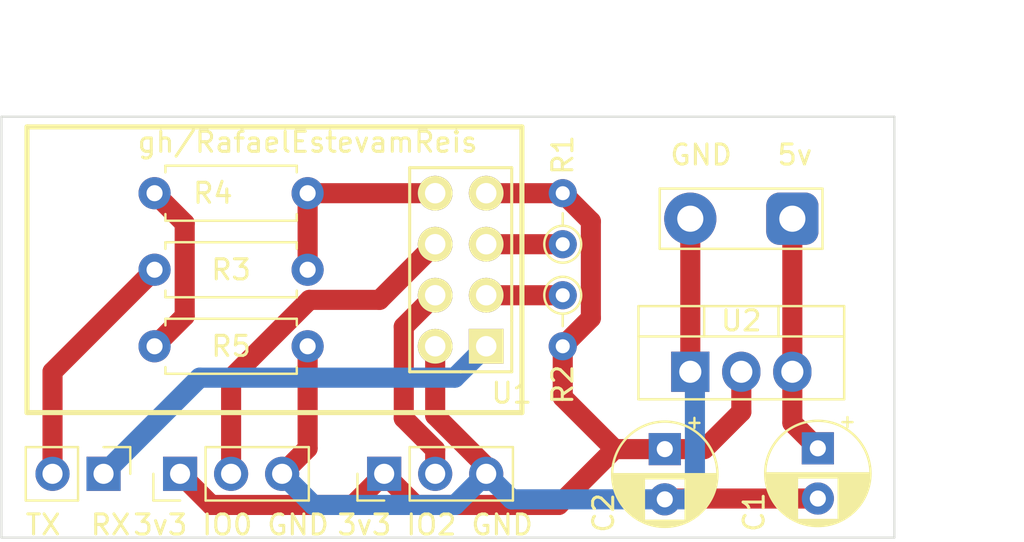
<source format=kicad_pcb>
(kicad_pcb (version 20171130) (host pcbnew "(5.1.10)-1")

  (general
    (thickness 1.6)
    (drawings 7)
    (tracks 56)
    (zones 0)
    (modules 13)
    (nets 12)
  )

  (page A4)
  (layers
    (0 F.Cu signal)
    (31 B.Cu signal)
    (32 B.Adhes user)
    (33 F.Adhes user)
    (34 B.Paste user)
    (35 F.Paste user)
    (36 B.SilkS user)
    (37 F.SilkS user)
    (38 B.Mask user)
    (39 F.Mask user)
    (40 Dwgs.User user)
    (41 Cmts.User user)
    (42 Eco1.User user)
    (43 Eco2.User user)
    (44 Edge.Cuts user)
    (45 Margin user)
    (46 B.CrtYd user)
    (47 F.CrtYd user)
    (48 B.Fab user)
    (49 F.Fab user hide)
  )

  (setup
    (last_trace_width 1)
    (user_trace_width 0.5)
    (user_trace_width 1)
    (trace_clearance 0.2)
    (zone_clearance 0.508)
    (zone_45_only no)
    (trace_min 0.2)
    (via_size 0.8)
    (via_drill 0.4)
    (via_min_size 0.4)
    (via_min_drill 0.3)
    (uvia_size 0.3)
    (uvia_drill 0.1)
    (uvias_allowed no)
    (uvia_min_size 0.2)
    (uvia_min_drill 0.1)
    (edge_width 0.05)
    (segment_width 0.2)
    (pcb_text_width 0.3)
    (pcb_text_size 1.5 1.5)
    (mod_edge_width 0.12)
    (mod_text_size 1 1)
    (mod_text_width 0.15)
    (pad_size 1.524 1.524)
    (pad_drill 0.762)
    (pad_to_mask_clearance 0)
    (aux_axis_origin 0 0)
    (visible_elements 7FFFFFFF)
    (pcbplotparams
      (layerselection 0x010f0_ffffffff)
      (usegerberextensions true)
      (usegerberattributes true)
      (usegerberadvancedattributes true)
      (creategerberjobfile true)
      (excludeedgelayer true)
      (linewidth 0.100000)
      (plotframeref false)
      (viasonmask false)
      (mode 1)
      (useauxorigin false)
      (hpglpennumber 1)
      (hpglpenspeed 20)
      (hpglpendiameter 15.000000)
      (psnegative false)
      (psa4output false)
      (plotreference true)
      (plotvalue true)
      (plotinvisibletext false)
      (padsonsilk false)
      (subtractmaskfromsilk true)
      (outputformat 1)
      (mirror false)
      (drillshape 0)
      (scaleselection 1)
      (outputdirectory "OUTPUT/"))
  )

  (net 0 "")
  (net 1 GND)
  (net 2 /DC_IN)
  (net 3 /3v3)
  (net 4 "Net-(J2-Pad2)")
  (net 5 /3v3_TX)
  (net 6 /GPIO0)
  (net 7 /GPIO2)
  (net 8 "Net-(R1-Pad1)")
  (net 9 "Net-(R2-Pad1)")
  (net 10 /3v3_RX)
  (net 11 "Net-(R4-Pad1)")

  (net_class Default "This is the default net class."
    (clearance 0.2)
    (trace_width 0.25)
    (via_dia 0.8)
    (via_drill 0.4)
    (uvia_dia 0.3)
    (uvia_drill 0.1)
    (add_net /3v3)
    (add_net /3v3_RX)
    (add_net /3v3_TX)
    (add_net /GPIO0)
    (add_net /GPIO2)
    (add_net GND)
    (add_net "Net-(J2-Pad2)")
    (add_net "Net-(R1-Pad1)")
    (add_net "Net-(R2-Pad1)")
    (add_net "Net-(R4-Pad1)")
  )

  (net_class DC-IN ""
    (clearance 0.4)
    (trace_width 0.5)
    (via_dia 0.8)
    (via_drill 0.4)
    (uvia_dia 0.3)
    (uvia_drill 0.1)
    (add_net /DC_IN)
  )

  (module TestPoint:TestPoint_2Pads_Pitch5.08mm_Drill1.3mm (layer F.Cu) (tedit 5BD71EB4) (tstamp 6251C042)
    (at 128.27 105.41 180)
    (descr "Test point with 2 pads, pitch 5.08mm, hole diameter 1.3mm, wire diameter 1.0mm")
    (tags "CONN DEV")
    (path /624F5AF2)
    (attr virtual)
    (fp_text reference "GND   5v" (at 2.54 3.175 180) (layer F.SilkS)
      (effects (font (size 1 1) (thickness 0.15)))
    )
    (fp_text value "DC IN" (at 2.54 5.66) (layer F.Fab)
      (effects (font (size 1 1) (thickness 0.15)))
    )
    (fp_text user %R (at 2.54 3.2) (layer F.Fab)
      (effects (font (size 1 1) (thickness 0.15)))
    )
    (fp_line (start 6.88 1.8) (end -1.8 1.8) (layer F.CrtYd) (width 0.05))
    (fp_line (start 6.88 1.8) (end 6.88 -1.8) (layer F.CrtYd) (width 0.05))
    (fp_line (start -1.8 -1.8) (end -1.8 1.8) (layer F.CrtYd) (width 0.05))
    (fp_line (start -1.8 -1.8) (end 6.88 -1.8) (layer F.CrtYd) (width 0.05))
    (fp_line (start 5.08 0) (end 0 0) (layer F.Fab) (width 0.1))
    (fp_line (start -1.5 -1.5) (end -1.5 1.5) (layer F.SilkS) (width 0.12))
    (fp_line (start 6.6 1.5) (end 6.6 -1.5) (layer F.SilkS) (width 0.12))
    (fp_line (start -1.5 -1.5) (end 6.6 -1.5) (layer F.SilkS) (width 0.12))
    (fp_line (start 6.6 1.5) (end -1.5 1.5) (layer F.SilkS) (width 0.12))
    (pad 2 thru_hole circle (at 5.08 0 180) (size 2.6 2.6) (drill 1.3) (layers *.Cu *.Mask)
      (net 1 GND))
    (pad 1 thru_hole roundrect (at 0 0 180) (size 2.6 2.6) (drill 1.3) (layers *.Cu *.Mask) (roundrect_rratio 0.25)
      (net 2 /DC_IN))
  )

  (module ESP:ESP-01 (layer F.Cu) (tedit 577EF889) (tstamp 6251C0FF)
    (at 113.03 111.76 180)
    (descr "Module, ESP-8266, ESP-01, 8 pin")
    (tags "Module ESP-8266 ESP8266")
    (path /624F9D5C)
    (fp_text reference U1 (at -1.27 -2.33) (layer F.SilkS)
      (effects (font (size 1 1) (thickness 0.15)))
    )
    (fp_text value ESP (at -5.08 3.81 90) (layer F.Fab)
      (effects (font (size 1 1) (thickness 0.15)))
    )
    (fp_text user %R (at 1.27 3.81 90) (layer F.Fab)
      (effects (font (size 1 1) (thickness 0.15)))
    )
    (fp_line (start -1.778 -3.302) (end 22.86 -3.302) (layer F.SilkS) (width 0.254))
    (fp_line (start 22.86 -3.302) (end 22.86 10.922) (layer F.SilkS) (width 0.254))
    (fp_line (start 22.86 10.922) (end -1.778 10.922) (layer F.SilkS) (width 0.254))
    (fp_line (start -1.778 10.922) (end -1.778 -3.302) (layer F.SilkS) (width 0.254))
    (fp_line (start -1.778 -3.302) (end 22.86 -3.302) (layer F.Fab) (width 0.05))
    (fp_line (start 22.86 -3.302) (end 22.86 10.922) (layer F.Fab) (width 0.05))
    (fp_line (start 22.86 10.922) (end -1.778 10.922) (layer F.Fab) (width 0.05))
    (fp_line (start -1.778 10.922) (end -1.778 -3.302) (layer F.Fab) (width 0.05))
    (fp_line (start 1.27 -1.27) (end -1.27 -1.27) (layer F.SilkS) (width 0.1524))
    (fp_line (start -1.27 -1.27) (end -1.27 1.27) (layer F.SilkS) (width 0.1524))
    (fp_line (start -1.75 -1.75) (end -1.75 9.4) (layer F.CrtYd) (width 0.05))
    (fp_line (start 4.3 -1.75) (end 4.3 9.4) (layer F.CrtYd) (width 0.05))
    (fp_line (start -1.75 -1.75) (end 4.3 -1.75) (layer F.CrtYd) (width 0.05))
    (fp_line (start -1.75 9.4) (end 4.3 9.4) (layer F.CrtYd) (width 0.05))
    (fp_line (start -1.27 1.27) (end -1.27 8.89) (layer F.SilkS) (width 0.1524))
    (fp_line (start -1.27 8.89) (end 3.81 8.89) (layer F.SilkS) (width 0.1524))
    (fp_line (start 3.81 8.89) (end 3.81 -1.27) (layer F.SilkS) (width 0.1524))
    (fp_line (start 3.81 -1.27) (end 1.27 -1.27) (layer F.SilkS) (width 0.1524))
    (pad 8 thru_hole oval (at 2.54 7.62 180) (size 1.7272 1.7272) (drill 1.016) (layers *.Cu *.Mask F.SilkS)
      (net 10 /3v3_RX))
    (pad 7 thru_hole oval (at 0 7.62 180) (size 1.7272 1.7272) (drill 1.016) (layers *.Cu *.Mask F.SilkS)
      (net 3 /3v3))
    (pad 6 thru_hole oval (at 2.54 5.08 180) (size 1.7272 1.7272) (drill 1.016) (layers *.Cu *.Mask F.SilkS)
      (net 6 /GPIO0))
    (pad 5 thru_hole oval (at 0 5.08 180) (size 1.7272 1.7272) (drill 1.016) (layers *.Cu *.Mask F.SilkS)
      (net 8 "Net-(R1-Pad1)"))
    (pad 4 thru_hole oval (at 2.54 2.54 180) (size 1.7272 1.7272) (drill 1.016) (layers *.Cu *.Mask F.SilkS)
      (net 7 /GPIO2))
    (pad 3 thru_hole oval (at 0 2.54 180) (size 1.7272 1.7272) (drill 1.016) (layers *.Cu *.Mask F.SilkS)
      (net 9 "Net-(R2-Pad1)"))
    (pad 2 thru_hole oval (at 2.54 0 180) (size 1.7272 1.7272) (drill 1.016) (layers *.Cu *.Mask F.SilkS)
      (net 1 GND))
    (pad 1 thru_hole rect (at 0 0 180) (size 1.7272 1.7272) (drill 1.016) (layers *.Cu *.Mask F.SilkS)
      (net 5 /3v3_TX))
  )

  (module Resistor_THT:R_Axial_DIN0204_L3.6mm_D1.6mm_P2.54mm_Vertical (layer F.Cu) (tedit 5AE5139B) (tstamp 6251C1CC)
    (at 116.84 106.68 90)
    (descr "Resistor, Axial_DIN0204 series, Axial, Vertical, pin pitch=2.54mm, 0.167W, length*diameter=3.6*1.6mm^2, http://cdn-reichelt.de/documents/datenblatt/B400/1_4W%23YAG.pdf")
    (tags "Resistor Axial_DIN0204 series Axial Vertical pin pitch 2.54mm 0.167W length 3.6mm diameter 1.6mm")
    (path /624FBE2D)
    (fp_text reference R1 (at 4.445 0 90) (layer F.SilkS)
      (effects (font (size 1 1) (thickness 0.15)))
    )
    (fp_text value 10k (at 0.27 -1.27 90) (layer F.Fab)
      (effects (font (size 1 1) (thickness 0.15)))
    )
    (fp_text user %R (at 0 0 90) (layer F.Fab)
      (effects (font (size 0.5 0.5) (thickness 0.08)))
    )
    (fp_circle (center 0 0) (end 0.8 0) (layer F.Fab) (width 0.1))
    (fp_circle (center 0 0) (end 0.92 0) (layer F.SilkS) (width 0.12))
    (fp_line (start 0 0) (end 2.54 0) (layer F.Fab) (width 0.1))
    (fp_line (start 0.92 0) (end 1.54 0) (layer F.SilkS) (width 0.12))
    (fp_line (start -1.05 -1.05) (end -1.05 1.05) (layer F.CrtYd) (width 0.05))
    (fp_line (start -1.05 1.05) (end 3.49 1.05) (layer F.CrtYd) (width 0.05))
    (fp_line (start 3.49 1.05) (end 3.49 -1.05) (layer F.CrtYd) (width 0.05))
    (fp_line (start 3.49 -1.05) (end -1.05 -1.05) (layer F.CrtYd) (width 0.05))
    (pad 2 thru_hole oval (at 2.54 0 90) (size 1.4 1.4) (drill 0.7) (layers *.Cu *.Mask)
      (net 3 /3v3))
    (pad 1 thru_hole circle (at 0 0 90) (size 1.4 1.4) (drill 0.7) (layers *.Cu *.Mask)
      (net 8 "Net-(R1-Pad1)"))
    (model ${KISYS3DMOD}/Resistor_THT.3dshapes/R_Axial_DIN0204_L3.6mm_D1.6mm_P2.54mm_Vertical.wrl
      (at (xyz 0 0 0))
      (scale (xyz 1 1 1))
      (rotate (xyz 0 0 0))
    )
  )

  (module Resistor_THT:R_Axial_DIN0204_L3.6mm_D1.6mm_P2.54mm_Vertical (layer F.Cu) (tedit 5AE5139B) (tstamp 624FF0DD)
    (at 116.84 109.22 270)
    (descr "Resistor, Axial_DIN0204 series, Axial, Vertical, pin pitch=2.54mm, 0.167W, length*diameter=3.6*1.6mm^2, http://cdn-reichelt.de/documents/datenblatt/B400/1_4W%23YAG.pdf")
    (tags "Resistor Axial_DIN0204 series Axial Vertical pin pitch 2.54mm 0.167W length 3.6mm diameter 1.6mm")
    (path /624FD148)
    (fp_text reference R2 (at 4.445 0 90) (layer F.SilkS)
      (effects (font (size 1 1) (thickness 0.15)))
    )
    (fp_text value 10k (at -0.365 1.27 90) (layer F.Fab)
      (effects (font (size 1 1) (thickness 0.15)))
    )
    (fp_text user %R (at 0 0 90) (layer F.Fab)
      (effects (font (size 0.5 0.5) (thickness 0.08)))
    )
    (fp_circle (center 0 0) (end 0.8 0) (layer F.Fab) (width 0.1))
    (fp_circle (center 0 0) (end 0.92 0) (layer F.SilkS) (width 0.12))
    (fp_line (start 0 0) (end 2.54 0) (layer F.Fab) (width 0.1))
    (fp_line (start 0.92 0) (end 1.54 0) (layer F.SilkS) (width 0.12))
    (fp_line (start -1.05 -1.05) (end -1.05 1.05) (layer F.CrtYd) (width 0.05))
    (fp_line (start -1.05 1.05) (end 3.49 1.05) (layer F.CrtYd) (width 0.05))
    (fp_line (start 3.49 1.05) (end 3.49 -1.05) (layer F.CrtYd) (width 0.05))
    (fp_line (start 3.49 -1.05) (end -1.05 -1.05) (layer F.CrtYd) (width 0.05))
    (pad 2 thru_hole oval (at 2.54 0 270) (size 1.4 1.4) (drill 0.7) (layers *.Cu *.Mask)
      (net 3 /3v3))
    (pad 1 thru_hole circle (at 0 0 270) (size 1.4 1.4) (drill 0.7) (layers *.Cu *.Mask)
      (net 9 "Net-(R2-Pad1)"))
    (model ${KISYS3DMOD}/Resistor_THT.3dshapes/R_Axial_DIN0204_L3.6mm_D1.6mm_P2.54mm_Vertical.wrl
      (at (xyz 0 0 0))
      (scale (xyz 1 1 1))
      (rotate (xyz 0 0 0))
    )
  )

  (module Resistor_THT:R_Axial_DIN0207_L6.3mm_D2.5mm_P7.62mm_Horizontal (layer F.Cu) (tedit 5AE5139B) (tstamp 6251AD87)
    (at 104.14 111.76 180)
    (descr "Resistor, Axial_DIN0207 series, Axial, Horizontal, pin pitch=7.62mm, 0.25W = 1/4W, length*diameter=6.3*2.5mm^2, http://cdn-reichelt.de/documents/datenblatt/B400/1_4W%23YAG.pdf")
    (tags "Resistor Axial_DIN0207 series Axial Horizontal pin pitch 7.62mm 0.25W = 1/4W length 6.3mm diameter 2.5mm")
    (path /62508E51)
    (fp_text reference R5 (at 3.81 0) (layer F.SilkS)
      (effects (font (size 1 1) (thickness 0.15)))
    )
    (fp_text value 1k (at -2.905 0.635) (layer F.Fab)
      (effects (font (size 1 1) (thickness 0.15)))
    )
    (fp_text user %R (at 0 0) (layer F.Fab)
      (effects (font (size 0.5 0.5) (thickness 0.08)))
    )
    (fp_line (start 0.66 -1.25) (end 0.66 1.25) (layer F.Fab) (width 0.1))
    (fp_line (start 0.66 1.25) (end 6.96 1.25) (layer F.Fab) (width 0.1))
    (fp_line (start 6.96 1.25) (end 6.96 -1.25) (layer F.Fab) (width 0.1))
    (fp_line (start 6.96 -1.25) (end 0.66 -1.25) (layer F.Fab) (width 0.1))
    (fp_line (start 0 0) (end 0.66 0) (layer F.Fab) (width 0.1))
    (fp_line (start 7.62 0) (end 6.96 0) (layer F.Fab) (width 0.1))
    (fp_line (start 0.54 -1.04) (end 0.54 -1.37) (layer F.SilkS) (width 0.12))
    (fp_line (start 0.54 -1.37) (end 7.08 -1.37) (layer F.SilkS) (width 0.12))
    (fp_line (start 7.08 -1.37) (end 7.08 -1.04) (layer F.SilkS) (width 0.12))
    (fp_line (start 0.54 1.04) (end 0.54 1.37) (layer F.SilkS) (width 0.12))
    (fp_line (start 0.54 1.37) (end 7.08 1.37) (layer F.SilkS) (width 0.12))
    (fp_line (start 7.08 1.37) (end 7.08 1.04) (layer F.SilkS) (width 0.12))
    (fp_line (start -1.05 -1.5) (end -1.05 1.5) (layer F.CrtYd) (width 0.05))
    (fp_line (start -1.05 1.5) (end 8.67 1.5) (layer F.CrtYd) (width 0.05))
    (fp_line (start 8.67 1.5) (end 8.67 -1.5) (layer F.CrtYd) (width 0.05))
    (fp_line (start 8.67 -1.5) (end -1.05 -1.5) (layer F.CrtYd) (width 0.05))
    (pad 2 thru_hole oval (at 7.62 0 180) (size 1.6 1.6) (drill 0.8) (layers *.Cu *.Mask)
      (net 11 "Net-(R4-Pad1)"))
    (pad 1 thru_hole circle (at 0 0 180) (size 1.6 1.6) (drill 0.8) (layers *.Cu *.Mask)
      (net 1 GND))
    (model ${KISYS3DMOD}/Resistor_THT.3dshapes/R_Axial_DIN0207_L6.3mm_D2.5mm_P7.62mm_Horizontal.wrl
      (at (xyz 0 0 0))
      (scale (xyz 1 1 1))
      (rotate (xyz 0 0 0))
    )
  )

  (module Resistor_THT:R_Axial_DIN0207_L6.3mm_D2.5mm_P7.62mm_Horizontal (layer F.Cu) (tedit 5AE5139B) (tstamp 6251B9CE)
    (at 96.52 104.14)
    (descr "Resistor, Axial_DIN0207 series, Axial, Horizontal, pin pitch=7.62mm, 0.25W = 1/4W, length*diameter=6.3*2.5mm^2, http://cdn-reichelt.de/documents/datenblatt/B400/1_4W%23YAG.pdf")
    (tags "Resistor Axial_DIN0207 series Axial Horizontal pin pitch 7.62mm 0.25W = 1/4W length 6.3mm diameter 2.5mm")
    (path /62507C2D)
    (fp_text reference R4 (at 2.905 0) (layer F.SilkS)
      (effects (font (size 1 1) (thickness 0.15)))
    )
    (fp_text value 1k (at 2.905 -0.635) (layer F.Fab)
      (effects (font (size 1 1) (thickness 0.15)))
    )
    (fp_text user %R (at 0 0) (layer F.Fab)
      (effects (font (size 0.5 0.5) (thickness 0.08)))
    )
    (fp_line (start 0.66 -1.25) (end 0.66 1.25) (layer F.Fab) (width 0.1))
    (fp_line (start 0.66 1.25) (end 6.96 1.25) (layer F.Fab) (width 0.1))
    (fp_line (start 6.96 1.25) (end 6.96 -1.25) (layer F.Fab) (width 0.1))
    (fp_line (start 6.96 -1.25) (end 0.66 -1.25) (layer F.Fab) (width 0.1))
    (fp_line (start 0 0) (end 0.66 0) (layer F.Fab) (width 0.1))
    (fp_line (start 7.62 0) (end 6.96 0) (layer F.Fab) (width 0.1))
    (fp_line (start 0.54 -1.04) (end 0.54 -1.37) (layer F.SilkS) (width 0.12))
    (fp_line (start 0.54 -1.37) (end 7.08 -1.37) (layer F.SilkS) (width 0.12))
    (fp_line (start 7.08 -1.37) (end 7.08 -1.04) (layer F.SilkS) (width 0.12))
    (fp_line (start 0.54 1.04) (end 0.54 1.37) (layer F.SilkS) (width 0.12))
    (fp_line (start 0.54 1.37) (end 7.08 1.37) (layer F.SilkS) (width 0.12))
    (fp_line (start 7.08 1.37) (end 7.08 1.04) (layer F.SilkS) (width 0.12))
    (fp_line (start -1.05 -1.5) (end -1.05 1.5) (layer F.CrtYd) (width 0.05))
    (fp_line (start -1.05 1.5) (end 8.67 1.5) (layer F.CrtYd) (width 0.05))
    (fp_line (start 8.67 1.5) (end 8.67 -1.5) (layer F.CrtYd) (width 0.05))
    (fp_line (start 8.67 -1.5) (end -1.05 -1.5) (layer F.CrtYd) (width 0.05))
    (pad 2 thru_hole oval (at 7.62 0) (size 1.6 1.6) (drill 0.8) (layers *.Cu *.Mask)
      (net 10 /3v3_RX))
    (pad 1 thru_hole circle (at 0 0) (size 1.6 1.6) (drill 0.8) (layers *.Cu *.Mask)
      (net 11 "Net-(R4-Pad1)"))
    (model ${KISYS3DMOD}/Resistor_THT.3dshapes/R_Axial_DIN0207_L6.3mm_D2.5mm_P7.62mm_Horizontal.wrl
      (at (xyz 0 0 0))
      (scale (xyz 1 1 1))
      (rotate (xyz 0 0 0))
    )
  )

  (module Resistor_THT:R_Axial_DIN0207_L6.3mm_D2.5mm_P7.62mm_Horizontal (layer F.Cu) (tedit 5AE5139B) (tstamp 6251AD27)
    (at 104.14 107.95 180)
    (descr "Resistor, Axial_DIN0207 series, Axial, Horizontal, pin pitch=7.62mm, 0.25W = 1/4W, length*diameter=6.3*2.5mm^2, http://cdn-reichelt.de/documents/datenblatt/B400/1_4W%23YAG.pdf")
    (tags "Resistor Axial_DIN0207 series Axial Horizontal pin pitch 7.62mm 0.25W = 1/4W length 6.3mm diameter 2.5mm")
    (path /625042C1)
    (fp_text reference R3 (at 3.81 0) (layer F.SilkS)
      (effects (font (size 1 1) (thickness 0.15)))
    )
    (fp_text value 1k (at -2.81 0.635) (layer F.Fab)
      (effects (font (size 1 1) (thickness 0.15)))
    )
    (fp_text user %R (at 0 0) (layer F.Fab)
      (effects (font (size 0.5 0.5) (thickness 0.08)))
    )
    (fp_line (start 0.66 -1.25) (end 0.66 1.25) (layer F.Fab) (width 0.1))
    (fp_line (start 0.66 1.25) (end 6.96 1.25) (layer F.Fab) (width 0.1))
    (fp_line (start 6.96 1.25) (end 6.96 -1.25) (layer F.Fab) (width 0.1))
    (fp_line (start 6.96 -1.25) (end 0.66 -1.25) (layer F.Fab) (width 0.1))
    (fp_line (start 0 0) (end 0.66 0) (layer F.Fab) (width 0.1))
    (fp_line (start 7.62 0) (end 6.96 0) (layer F.Fab) (width 0.1))
    (fp_line (start 0.54 -1.04) (end 0.54 -1.37) (layer F.SilkS) (width 0.12))
    (fp_line (start 0.54 -1.37) (end 7.08 -1.37) (layer F.SilkS) (width 0.12))
    (fp_line (start 7.08 -1.37) (end 7.08 -1.04) (layer F.SilkS) (width 0.12))
    (fp_line (start 0.54 1.04) (end 0.54 1.37) (layer F.SilkS) (width 0.12))
    (fp_line (start 0.54 1.37) (end 7.08 1.37) (layer F.SilkS) (width 0.12))
    (fp_line (start 7.08 1.37) (end 7.08 1.04) (layer F.SilkS) (width 0.12))
    (fp_line (start -1.05 -1.5) (end -1.05 1.5) (layer F.CrtYd) (width 0.05))
    (fp_line (start -1.05 1.5) (end 8.67 1.5) (layer F.CrtYd) (width 0.05))
    (fp_line (start 8.67 1.5) (end 8.67 -1.5) (layer F.CrtYd) (width 0.05))
    (fp_line (start 8.67 -1.5) (end -1.05 -1.5) (layer F.CrtYd) (width 0.05))
    (pad 2 thru_hole oval (at 7.62 0 180) (size 1.6 1.6) (drill 0.8) (layers *.Cu *.Mask)
      (net 4 "Net-(J2-Pad2)"))
    (pad 1 thru_hole circle (at 0 0 180) (size 1.6 1.6) (drill 0.8) (layers *.Cu *.Mask)
      (net 10 /3v3_RX))
    (model ${KISYS3DMOD}/Resistor_THT.3dshapes/R_Axial_DIN0207_L6.3mm_D2.5mm_P7.62mm_Horizontal.wrl
      (at (xyz 0 0 0))
      (scale (xyz 1 1 1))
      (rotate (xyz 0 0 0))
    )
  )

  (module Package_TO_SOT_THT:TO-220-3_Vertical (layer F.Cu) (tedit 5AC8BA0D) (tstamp 624FF156)
    (at 123.19 113.03)
    (descr "TO-220-3, Vertical, RM 2.54mm, see https://www.vishay.com/docs/66542/to-220-1.pdf")
    (tags "TO-220-3 Vertical RM 2.54mm")
    (path /624F6C22)
    (fp_text reference U2 (at 2.54 -2.54) (layer F.SilkS)
      (effects (font (size 1 1) (thickness 0.15)))
    )
    (fp_text value AMS1117 (at 0 4.5) (layer F.Fab)
      (effects (font (size 1 1) (thickness 0.15)))
    )
    (fp_text user %R (at 0 0 90) (layer F.Fab)
      (effects (font (size 0.8 0.8) (thickness 0.12)))
    )
    (fp_line (start -2.46 -3.15) (end -2.46 1.25) (layer F.Fab) (width 0.1))
    (fp_line (start -2.46 1.25) (end 7.54 1.25) (layer F.Fab) (width 0.1))
    (fp_line (start 7.54 1.25) (end 7.54 -3.15) (layer F.Fab) (width 0.1))
    (fp_line (start 7.54 -3.15) (end -2.46 -3.15) (layer F.Fab) (width 0.1))
    (fp_line (start -2.46 -1.88) (end 7.54 -1.88) (layer F.Fab) (width 0.1))
    (fp_line (start 0.69 -3.15) (end 0.69 -1.88) (layer F.Fab) (width 0.1))
    (fp_line (start 4.39 -3.15) (end 4.39 -1.88) (layer F.Fab) (width 0.1))
    (fp_line (start -2.58 -3.27) (end 7.66 -3.27) (layer F.SilkS) (width 0.12))
    (fp_line (start -2.58 1.371) (end 7.66 1.371) (layer F.SilkS) (width 0.12))
    (fp_line (start -2.58 -3.27) (end -2.58 1.371) (layer F.SilkS) (width 0.12))
    (fp_line (start 7.66 -3.27) (end 7.66 1.371) (layer F.SilkS) (width 0.12))
    (fp_line (start -2.58 -1.76) (end 7.66 -1.76) (layer F.SilkS) (width 0.12))
    (fp_line (start 0.69 -3.27) (end 0.69 -1.76) (layer F.SilkS) (width 0.12))
    (fp_line (start 4.391 -3.27) (end 4.391 -1.76) (layer F.SilkS) (width 0.12))
    (fp_line (start -2.71 -3.4) (end -2.71 1.51) (layer F.CrtYd) (width 0.05))
    (fp_line (start -2.71 1.51) (end 7.79 1.51) (layer F.CrtYd) (width 0.05))
    (fp_line (start 7.79 1.51) (end 7.79 -3.4) (layer F.CrtYd) (width 0.05))
    (fp_line (start 7.79 -3.4) (end -2.71 -3.4) (layer F.CrtYd) (width 0.05))
    (pad 3 thru_hole oval (at 5.08 0) (size 1.905 2) (drill 1.1) (layers *.Cu *.Mask)
      (net 2 /DC_IN))
    (pad 2 thru_hole oval (at 2.54 0) (size 1.905 2) (drill 1.1) (layers *.Cu *.Mask)
      (net 3 /3v3))
    (pad 1 thru_hole rect (at 0 0) (size 1.905 2) (drill 1.1) (layers *.Cu *.Mask)
      (net 1 GND))
    (model ${KISYS3DMOD}/Package_TO_SOT_THT.3dshapes/TO-220-3_Vertical.wrl
      (at (xyz 0 0 0))
      (scale (xyz 1 1 1))
      (rotate (xyz 0 0 0))
    )
  )

  (module Connector_PinHeader_2.54mm:PinHeader_1x03_P2.54mm_Vertical (layer F.Cu) (tedit 59FED5CC) (tstamp 624FF0AF)
    (at 107.95 118.11 90)
    (descr "Through hole straight pin header, 1x03, 2.54mm pitch, single row")
    (tags "Through hole pin header THT 1x03 2.54mm single row")
    (path /62513810)
    (fp_text reference "3v3 IO2 GND" (at -2.54 2.54) (layer F.SilkS)
      (effects (font (size 1 1) (thickness 0.15)))
    )
    (fp_text value IO2 (at -2.54 2.54 180) (layer F.Fab)
      (effects (font (size 1 1) (thickness 0.15)))
    )
    (fp_line (start 1.8 -1.8) (end -1.8 -1.8) (layer F.CrtYd) (width 0.05))
    (fp_line (start 1.8 6.85) (end 1.8 -1.8) (layer F.CrtYd) (width 0.05))
    (fp_line (start -1.8 6.85) (end 1.8 6.85) (layer F.CrtYd) (width 0.05))
    (fp_line (start -1.8 -1.8) (end -1.8 6.85) (layer F.CrtYd) (width 0.05))
    (fp_line (start -1.33 -1.33) (end 0 -1.33) (layer F.SilkS) (width 0.12))
    (fp_line (start -1.33 0) (end -1.33 -1.33) (layer F.SilkS) (width 0.12))
    (fp_line (start -1.33 1.27) (end 1.33 1.27) (layer F.SilkS) (width 0.12))
    (fp_line (start 1.33 1.27) (end 1.33 6.41) (layer F.SilkS) (width 0.12))
    (fp_line (start -1.33 1.27) (end -1.33 6.41) (layer F.SilkS) (width 0.12))
    (fp_line (start -1.33 6.41) (end 1.33 6.41) (layer F.SilkS) (width 0.12))
    (fp_line (start -1.27 -0.635) (end -0.635 -1.27) (layer F.Fab) (width 0.1))
    (fp_line (start -1.27 6.35) (end -1.27 -0.635) (layer F.Fab) (width 0.1))
    (fp_line (start 1.27 6.35) (end -1.27 6.35) (layer F.Fab) (width 0.1))
    (fp_line (start 1.27 -1.27) (end 1.27 6.35) (layer F.Fab) (width 0.1))
    (fp_line (start -0.635 -1.27) (end 1.27 -1.27) (layer F.Fab) (width 0.1))
    (fp_text user %R (at 0 2.54) (layer F.Fab)
      (effects (font (size 1 1) (thickness 0.15)))
    )
    (pad 3 thru_hole oval (at 0 5.08 90) (size 1.7 1.7) (drill 1) (layers *.Cu *.Mask)
      (net 1 GND))
    (pad 2 thru_hole oval (at 0 2.54 90) (size 1.7 1.7) (drill 1) (layers *.Cu *.Mask)
      (net 7 /GPIO2))
    (pad 1 thru_hole rect (at 0 0 90) (size 1.7 1.7) (drill 1) (layers *.Cu *.Mask)
      (net 3 /3v3))
    (model ${KISYS3DMOD}/Connector_PinHeader_2.54mm.3dshapes/PinHeader_1x03_P2.54mm_Vertical.wrl
      (at (xyz 0 0 0))
      (scale (xyz 1 1 1))
      (rotate (xyz 0 0 0))
    )
  )

  (module Connector_PinHeader_2.54mm:PinHeader_1x03_P2.54mm_Vertical (layer F.Cu) (tedit 59FED5CC) (tstamp 624FA7AD)
    (at 97.79 118.11 90)
    (descr "Through hole straight pin header, 1x03, 2.54mm pitch, single row")
    (tags "Through hole pin header THT 1x03 2.54mm single row")
    (path /6250FBF4)
    (fp_text reference "3v3 IO0 GND" (at -2.54 2.54) (layer F.SilkS)
      (effects (font (size 1 1) (thickness 0.15)))
    )
    (fp_text value IO0 (at -2.54 3.81 180) (layer F.Fab)
      (effects (font (size 1 1) (thickness 0.15)))
    )
    (fp_line (start 1.8 -1.8) (end -1.8 -1.8) (layer F.CrtYd) (width 0.05))
    (fp_line (start 1.8 6.85) (end 1.8 -1.8) (layer F.CrtYd) (width 0.05))
    (fp_line (start -1.8 6.85) (end 1.8 6.85) (layer F.CrtYd) (width 0.05))
    (fp_line (start -1.8 -1.8) (end -1.8 6.85) (layer F.CrtYd) (width 0.05))
    (fp_line (start -1.33 -1.33) (end 0 -1.33) (layer F.SilkS) (width 0.12))
    (fp_line (start -1.33 0) (end -1.33 -1.33) (layer F.SilkS) (width 0.12))
    (fp_line (start -1.33 1.27) (end 1.33 1.27) (layer F.SilkS) (width 0.12))
    (fp_line (start 1.33 1.27) (end 1.33 6.41) (layer F.SilkS) (width 0.12))
    (fp_line (start -1.33 1.27) (end -1.33 6.41) (layer F.SilkS) (width 0.12))
    (fp_line (start -1.33 6.41) (end 1.33 6.41) (layer F.SilkS) (width 0.12))
    (fp_line (start -1.27 -0.635) (end -0.635 -1.27) (layer F.Fab) (width 0.1))
    (fp_line (start -1.27 6.35) (end -1.27 -0.635) (layer F.Fab) (width 0.1))
    (fp_line (start 1.27 6.35) (end -1.27 6.35) (layer F.Fab) (width 0.1))
    (fp_line (start 1.27 -1.27) (end 1.27 6.35) (layer F.Fab) (width 0.1))
    (fp_line (start -0.635 -1.27) (end 1.27 -1.27) (layer F.Fab) (width 0.1))
    (fp_text user %R (at 0 2.54) (layer F.Fab)
      (effects (font (size 1 1) (thickness 0.15)))
    )
    (pad 3 thru_hole oval (at 0 5.08 90) (size 1.7 1.7) (drill 1) (layers *.Cu *.Mask)
      (net 1 GND))
    (pad 2 thru_hole oval (at 0 2.54 90) (size 1.7 1.7) (drill 1) (layers *.Cu *.Mask)
      (net 6 /GPIO0))
    (pad 1 thru_hole rect (at 0 0 90) (size 1.7 1.7) (drill 1) (layers *.Cu *.Mask)
      (net 3 /3v3))
    (model ${KISYS3DMOD}/Connector_PinHeader_2.54mm.3dshapes/PinHeader_1x03_P2.54mm_Vertical.wrl
      (at (xyz 0 0 0))
      (scale (xyz 1 1 1))
      (rotate (xyz 0 0 0))
    )
  )

  (module Connector_PinHeader_2.54mm:PinHeader_1x02_P2.54mm_Vertical (layer F.Cu) (tedit 59FED5CC) (tstamp 6251D52D)
    (at 93.98 118.11 270)
    (descr "Through hole straight pin header, 1x02, 2.54mm pitch, single row")
    (tags "Through hole pin header THT 1x02 2.54mm single row")
    (path /62501EDC)
    (fp_text reference "TX  RX" (at 2.54 1.27 180) (layer F.SilkS)
      (effects (font (size 1 1) (thickness 0.15)))
    )
    (fp_text value 5vSerial (at -2.54 1.27 180) (layer F.Fab)
      (effects (font (size 1 1) (thickness 0.15)))
    )
    (fp_line (start 1.8 -1.8) (end -1.8 -1.8) (layer F.CrtYd) (width 0.05))
    (fp_line (start 1.8 4.35) (end 1.8 -1.8) (layer F.CrtYd) (width 0.05))
    (fp_line (start -1.8 4.35) (end 1.8 4.35) (layer F.CrtYd) (width 0.05))
    (fp_line (start -1.8 -1.8) (end -1.8 4.35) (layer F.CrtYd) (width 0.05))
    (fp_line (start -1.33 -1.33) (end 0 -1.33) (layer F.SilkS) (width 0.12))
    (fp_line (start -1.33 0) (end -1.33 -1.33) (layer F.SilkS) (width 0.12))
    (fp_line (start -1.33 1.27) (end 1.33 1.27) (layer F.SilkS) (width 0.12))
    (fp_line (start 1.33 1.27) (end 1.33 3.87) (layer F.SilkS) (width 0.12))
    (fp_line (start -1.33 1.27) (end -1.33 3.87) (layer F.SilkS) (width 0.12))
    (fp_line (start -1.33 3.87) (end 1.33 3.87) (layer F.SilkS) (width 0.12))
    (fp_line (start -1.27 -0.635) (end -0.635 -1.27) (layer F.Fab) (width 0.1))
    (fp_line (start -1.27 3.81) (end -1.27 -0.635) (layer F.Fab) (width 0.1))
    (fp_line (start 1.27 3.81) (end -1.27 3.81) (layer F.Fab) (width 0.1))
    (fp_line (start 1.27 -1.27) (end 1.27 3.81) (layer F.Fab) (width 0.1))
    (fp_line (start -0.635 -1.27) (end 1.27 -1.27) (layer F.Fab) (width 0.1))
    (fp_text user %R (at 0 1.27) (layer F.Fab)
      (effects (font (size 1 1) (thickness 0.15)))
    )
    (pad 2 thru_hole oval (at 0 2.54 270) (size 1.7 1.7) (drill 1) (layers *.Cu *.Mask)
      (net 4 "Net-(J2-Pad2)"))
    (pad 1 thru_hole rect (at 0 0 270) (size 1.7 1.7) (drill 1) (layers *.Cu *.Mask)
      (net 5 /3v3_TX))
    (model ${KISYS3DMOD}/Connector_PinHeader_2.54mm.3dshapes/PinHeader_1x02_P2.54mm_Vertical.wrl
      (at (xyz 0 0 0))
      (scale (xyz 1 1 1))
      (rotate (xyz 0 0 0))
    )
  )

  (module Capacitor_THT:CP_Radial_D5.0mm_P2.50mm (layer F.Cu) (tedit 5AE50EF0) (tstamp 624FAB01)
    (at 121.92 116.88 270)
    (descr "CP, Radial series, Radial, pin pitch=2.50mm, , diameter=5mm, Electrolytic Capacitor")
    (tags "CP Radial series Radial pin pitch 2.50mm  diameter 5mm Electrolytic Capacitor")
    (path /624F9017)
    (fp_text reference C2 (at 3.175 3.048 90) (layer F.SilkS)
      (effects (font (size 1 1) (thickness 0.15)))
    )
    (fp_text value 10uF (at 1.25 3.81 90) (layer F.Fab)
      (effects (font (size 1 1) (thickness 0.15)))
    )
    (fp_line (start -1.304775 -1.725) (end -1.304775 -1.225) (layer F.SilkS) (width 0.12))
    (fp_line (start -1.554775 -1.475) (end -1.054775 -1.475) (layer F.SilkS) (width 0.12))
    (fp_line (start 3.851 -0.284) (end 3.851 0.284) (layer F.SilkS) (width 0.12))
    (fp_line (start 3.811 -0.518) (end 3.811 0.518) (layer F.SilkS) (width 0.12))
    (fp_line (start 3.771 -0.677) (end 3.771 0.677) (layer F.SilkS) (width 0.12))
    (fp_line (start 3.731 -0.805) (end 3.731 0.805) (layer F.SilkS) (width 0.12))
    (fp_line (start 3.691 -0.915) (end 3.691 0.915) (layer F.SilkS) (width 0.12))
    (fp_line (start 3.651 -1.011) (end 3.651 1.011) (layer F.SilkS) (width 0.12))
    (fp_line (start 3.611 -1.098) (end 3.611 1.098) (layer F.SilkS) (width 0.12))
    (fp_line (start 3.571 -1.178) (end 3.571 1.178) (layer F.SilkS) (width 0.12))
    (fp_line (start 3.531 1.04) (end 3.531 1.251) (layer F.SilkS) (width 0.12))
    (fp_line (start 3.531 -1.251) (end 3.531 -1.04) (layer F.SilkS) (width 0.12))
    (fp_line (start 3.491 1.04) (end 3.491 1.319) (layer F.SilkS) (width 0.12))
    (fp_line (start 3.491 -1.319) (end 3.491 -1.04) (layer F.SilkS) (width 0.12))
    (fp_line (start 3.451 1.04) (end 3.451 1.383) (layer F.SilkS) (width 0.12))
    (fp_line (start 3.451 -1.383) (end 3.451 -1.04) (layer F.SilkS) (width 0.12))
    (fp_line (start 3.411 1.04) (end 3.411 1.443) (layer F.SilkS) (width 0.12))
    (fp_line (start 3.411 -1.443) (end 3.411 -1.04) (layer F.SilkS) (width 0.12))
    (fp_line (start 3.371 1.04) (end 3.371 1.5) (layer F.SilkS) (width 0.12))
    (fp_line (start 3.371 -1.5) (end 3.371 -1.04) (layer F.SilkS) (width 0.12))
    (fp_line (start 3.331 1.04) (end 3.331 1.554) (layer F.SilkS) (width 0.12))
    (fp_line (start 3.331 -1.554) (end 3.331 -1.04) (layer F.SilkS) (width 0.12))
    (fp_line (start 3.291 1.04) (end 3.291 1.605) (layer F.SilkS) (width 0.12))
    (fp_line (start 3.291 -1.605) (end 3.291 -1.04) (layer F.SilkS) (width 0.12))
    (fp_line (start 3.251 1.04) (end 3.251 1.653) (layer F.SilkS) (width 0.12))
    (fp_line (start 3.251 -1.653) (end 3.251 -1.04) (layer F.SilkS) (width 0.12))
    (fp_line (start 3.211 1.04) (end 3.211 1.699) (layer F.SilkS) (width 0.12))
    (fp_line (start 3.211 -1.699) (end 3.211 -1.04) (layer F.SilkS) (width 0.12))
    (fp_line (start 3.171 1.04) (end 3.171 1.743) (layer F.SilkS) (width 0.12))
    (fp_line (start 3.171 -1.743) (end 3.171 -1.04) (layer F.SilkS) (width 0.12))
    (fp_line (start 3.131 1.04) (end 3.131 1.785) (layer F.SilkS) (width 0.12))
    (fp_line (start 3.131 -1.785) (end 3.131 -1.04) (layer F.SilkS) (width 0.12))
    (fp_line (start 3.091 1.04) (end 3.091 1.826) (layer F.SilkS) (width 0.12))
    (fp_line (start 3.091 -1.826) (end 3.091 -1.04) (layer F.SilkS) (width 0.12))
    (fp_line (start 3.051 1.04) (end 3.051 1.864) (layer F.SilkS) (width 0.12))
    (fp_line (start 3.051 -1.864) (end 3.051 -1.04) (layer F.SilkS) (width 0.12))
    (fp_line (start 3.011 1.04) (end 3.011 1.901) (layer F.SilkS) (width 0.12))
    (fp_line (start 3.011 -1.901) (end 3.011 -1.04) (layer F.SilkS) (width 0.12))
    (fp_line (start 2.971 1.04) (end 2.971 1.937) (layer F.SilkS) (width 0.12))
    (fp_line (start 2.971 -1.937) (end 2.971 -1.04) (layer F.SilkS) (width 0.12))
    (fp_line (start 2.931 1.04) (end 2.931 1.971) (layer F.SilkS) (width 0.12))
    (fp_line (start 2.931 -1.971) (end 2.931 -1.04) (layer F.SilkS) (width 0.12))
    (fp_line (start 2.891 1.04) (end 2.891 2.004) (layer F.SilkS) (width 0.12))
    (fp_line (start 2.891 -2.004) (end 2.891 -1.04) (layer F.SilkS) (width 0.12))
    (fp_line (start 2.851 1.04) (end 2.851 2.035) (layer F.SilkS) (width 0.12))
    (fp_line (start 2.851 -2.035) (end 2.851 -1.04) (layer F.SilkS) (width 0.12))
    (fp_line (start 2.811 1.04) (end 2.811 2.065) (layer F.SilkS) (width 0.12))
    (fp_line (start 2.811 -2.065) (end 2.811 -1.04) (layer F.SilkS) (width 0.12))
    (fp_line (start 2.771 1.04) (end 2.771 2.095) (layer F.SilkS) (width 0.12))
    (fp_line (start 2.771 -2.095) (end 2.771 -1.04) (layer F.SilkS) (width 0.12))
    (fp_line (start 2.731 1.04) (end 2.731 2.122) (layer F.SilkS) (width 0.12))
    (fp_line (start 2.731 -2.122) (end 2.731 -1.04) (layer F.SilkS) (width 0.12))
    (fp_line (start 2.691 1.04) (end 2.691 2.149) (layer F.SilkS) (width 0.12))
    (fp_line (start 2.691 -2.149) (end 2.691 -1.04) (layer F.SilkS) (width 0.12))
    (fp_line (start 2.651 1.04) (end 2.651 2.175) (layer F.SilkS) (width 0.12))
    (fp_line (start 2.651 -2.175) (end 2.651 -1.04) (layer F.SilkS) (width 0.12))
    (fp_line (start 2.611 1.04) (end 2.611 2.2) (layer F.SilkS) (width 0.12))
    (fp_line (start 2.611 -2.2) (end 2.611 -1.04) (layer F.SilkS) (width 0.12))
    (fp_line (start 2.571 1.04) (end 2.571 2.224) (layer F.SilkS) (width 0.12))
    (fp_line (start 2.571 -2.224) (end 2.571 -1.04) (layer F.SilkS) (width 0.12))
    (fp_line (start 2.531 1.04) (end 2.531 2.247) (layer F.SilkS) (width 0.12))
    (fp_line (start 2.531 -2.247) (end 2.531 -1.04) (layer F.SilkS) (width 0.12))
    (fp_line (start 2.491 1.04) (end 2.491 2.268) (layer F.SilkS) (width 0.12))
    (fp_line (start 2.491 -2.268) (end 2.491 -1.04) (layer F.SilkS) (width 0.12))
    (fp_line (start 2.451 1.04) (end 2.451 2.29) (layer F.SilkS) (width 0.12))
    (fp_line (start 2.451 -2.29) (end 2.451 -1.04) (layer F.SilkS) (width 0.12))
    (fp_line (start 2.411 1.04) (end 2.411 2.31) (layer F.SilkS) (width 0.12))
    (fp_line (start 2.411 -2.31) (end 2.411 -1.04) (layer F.SilkS) (width 0.12))
    (fp_line (start 2.371 1.04) (end 2.371 2.329) (layer F.SilkS) (width 0.12))
    (fp_line (start 2.371 -2.329) (end 2.371 -1.04) (layer F.SilkS) (width 0.12))
    (fp_line (start 2.331 1.04) (end 2.331 2.348) (layer F.SilkS) (width 0.12))
    (fp_line (start 2.331 -2.348) (end 2.331 -1.04) (layer F.SilkS) (width 0.12))
    (fp_line (start 2.291 1.04) (end 2.291 2.365) (layer F.SilkS) (width 0.12))
    (fp_line (start 2.291 -2.365) (end 2.291 -1.04) (layer F.SilkS) (width 0.12))
    (fp_line (start 2.251 1.04) (end 2.251 2.382) (layer F.SilkS) (width 0.12))
    (fp_line (start 2.251 -2.382) (end 2.251 -1.04) (layer F.SilkS) (width 0.12))
    (fp_line (start 2.211 1.04) (end 2.211 2.398) (layer F.SilkS) (width 0.12))
    (fp_line (start 2.211 -2.398) (end 2.211 -1.04) (layer F.SilkS) (width 0.12))
    (fp_line (start 2.171 1.04) (end 2.171 2.414) (layer F.SilkS) (width 0.12))
    (fp_line (start 2.171 -2.414) (end 2.171 -1.04) (layer F.SilkS) (width 0.12))
    (fp_line (start 2.131 1.04) (end 2.131 2.428) (layer F.SilkS) (width 0.12))
    (fp_line (start 2.131 -2.428) (end 2.131 -1.04) (layer F.SilkS) (width 0.12))
    (fp_line (start 2.091 1.04) (end 2.091 2.442) (layer F.SilkS) (width 0.12))
    (fp_line (start 2.091 -2.442) (end 2.091 -1.04) (layer F.SilkS) (width 0.12))
    (fp_line (start 2.051 1.04) (end 2.051 2.455) (layer F.SilkS) (width 0.12))
    (fp_line (start 2.051 -2.455) (end 2.051 -1.04) (layer F.SilkS) (width 0.12))
    (fp_line (start 2.011 1.04) (end 2.011 2.468) (layer F.SilkS) (width 0.12))
    (fp_line (start 2.011 -2.468) (end 2.011 -1.04) (layer F.SilkS) (width 0.12))
    (fp_line (start 1.971 1.04) (end 1.971 2.48) (layer F.SilkS) (width 0.12))
    (fp_line (start 1.971 -2.48) (end 1.971 -1.04) (layer F.SilkS) (width 0.12))
    (fp_line (start 1.93 1.04) (end 1.93 2.491) (layer F.SilkS) (width 0.12))
    (fp_line (start 1.93 -2.491) (end 1.93 -1.04) (layer F.SilkS) (width 0.12))
    (fp_line (start 1.89 1.04) (end 1.89 2.501) (layer F.SilkS) (width 0.12))
    (fp_line (start 1.89 -2.501) (end 1.89 -1.04) (layer F.SilkS) (width 0.12))
    (fp_line (start 1.85 1.04) (end 1.85 2.511) (layer F.SilkS) (width 0.12))
    (fp_line (start 1.85 -2.511) (end 1.85 -1.04) (layer F.SilkS) (width 0.12))
    (fp_line (start 1.81 1.04) (end 1.81 2.52) (layer F.SilkS) (width 0.12))
    (fp_line (start 1.81 -2.52) (end 1.81 -1.04) (layer F.SilkS) (width 0.12))
    (fp_line (start 1.77 1.04) (end 1.77 2.528) (layer F.SilkS) (width 0.12))
    (fp_line (start 1.77 -2.528) (end 1.77 -1.04) (layer F.SilkS) (width 0.12))
    (fp_line (start 1.73 1.04) (end 1.73 2.536) (layer F.SilkS) (width 0.12))
    (fp_line (start 1.73 -2.536) (end 1.73 -1.04) (layer F.SilkS) (width 0.12))
    (fp_line (start 1.69 1.04) (end 1.69 2.543) (layer F.SilkS) (width 0.12))
    (fp_line (start 1.69 -2.543) (end 1.69 -1.04) (layer F.SilkS) (width 0.12))
    (fp_line (start 1.65 1.04) (end 1.65 2.55) (layer F.SilkS) (width 0.12))
    (fp_line (start 1.65 -2.55) (end 1.65 -1.04) (layer F.SilkS) (width 0.12))
    (fp_line (start 1.61 1.04) (end 1.61 2.556) (layer F.SilkS) (width 0.12))
    (fp_line (start 1.61 -2.556) (end 1.61 -1.04) (layer F.SilkS) (width 0.12))
    (fp_line (start 1.57 1.04) (end 1.57 2.561) (layer F.SilkS) (width 0.12))
    (fp_line (start 1.57 -2.561) (end 1.57 -1.04) (layer F.SilkS) (width 0.12))
    (fp_line (start 1.53 1.04) (end 1.53 2.565) (layer F.SilkS) (width 0.12))
    (fp_line (start 1.53 -2.565) (end 1.53 -1.04) (layer F.SilkS) (width 0.12))
    (fp_line (start 1.49 1.04) (end 1.49 2.569) (layer F.SilkS) (width 0.12))
    (fp_line (start 1.49 -2.569) (end 1.49 -1.04) (layer F.SilkS) (width 0.12))
    (fp_line (start 1.45 -2.573) (end 1.45 2.573) (layer F.SilkS) (width 0.12))
    (fp_line (start 1.41 -2.576) (end 1.41 2.576) (layer F.SilkS) (width 0.12))
    (fp_line (start 1.37 -2.578) (end 1.37 2.578) (layer F.SilkS) (width 0.12))
    (fp_line (start 1.33 -2.579) (end 1.33 2.579) (layer F.SilkS) (width 0.12))
    (fp_line (start 1.29 -2.58) (end 1.29 2.58) (layer F.SilkS) (width 0.12))
    (fp_line (start 1.25 -2.58) (end 1.25 2.58) (layer F.SilkS) (width 0.12))
    (fp_line (start -0.633605 -1.3375) (end -0.633605 -0.8375) (layer F.Fab) (width 0.1))
    (fp_line (start -0.883605 -1.0875) (end -0.383605 -1.0875) (layer F.Fab) (width 0.1))
    (fp_circle (center 1.25 0) (end 4 0) (layer F.CrtYd) (width 0.05))
    (fp_circle (center 1.25 0) (end 3.87 0) (layer F.SilkS) (width 0.12))
    (fp_circle (center 1.25 0) (end 3.75 0) (layer F.Fab) (width 0.1))
    (fp_text user %R (at 1.25 0 90) (layer F.Fab)
      (effects (font (size 1 1) (thickness 0.15)))
    )
    (pad 2 thru_hole circle (at 2.5 0 270) (size 1.6 1.6) (drill 0.8) (layers *.Cu *.Mask)
      (net 1 GND))
    (pad 1 thru_hole rect (at 0 0 270) (size 1.6 1.6) (drill 0.8) (layers *.Cu *.Mask)
      (net 3 /3v3))
    (model ${KISYS3DMOD}/Capacitor_THT.3dshapes/CP_Radial_D5.0mm_P2.50mm.wrl
      (at (xyz 0 0 0))
      (scale (xyz 1 1 1))
      (rotate (xyz 0 0 0))
    )
  )

  (module Capacitor_THT:CP_Radial_D5.0mm_P2.50mm (layer F.Cu) (tedit 5AE50EF0) (tstamp 624F9561)
    (at 129.54 116.84 270)
    (descr "CP, Radial series, Radial, pin pitch=2.50mm, , diameter=5mm, Electrolytic Capacitor")
    (tags "CP Radial series Radial pin pitch 2.50mm  diameter 5mm Electrolytic Capacitor")
    (path /624F8919)
    (fp_text reference C1 (at 3.175 3.175 90) (layer F.SilkS)
      (effects (font (size 1 1) (thickness 0.15)))
    )
    (fp_text value 100uf (at 1.25 3.75 90) (layer F.Fab)
      (effects (font (size 1 1) (thickness 0.15)))
    )
    (fp_circle (center 1.25 0) (end 3.75 0) (layer F.Fab) (width 0.1))
    (fp_circle (center 1.25 0) (end 3.87 0) (layer F.SilkS) (width 0.12))
    (fp_circle (center 1.25 0) (end 4 0) (layer F.CrtYd) (width 0.05))
    (fp_line (start -0.883605 -1.0875) (end -0.383605 -1.0875) (layer F.Fab) (width 0.1))
    (fp_line (start -0.633605 -1.3375) (end -0.633605 -0.8375) (layer F.Fab) (width 0.1))
    (fp_line (start 1.25 -2.58) (end 1.25 2.58) (layer F.SilkS) (width 0.12))
    (fp_line (start 1.29 -2.58) (end 1.29 2.58) (layer F.SilkS) (width 0.12))
    (fp_line (start 1.33 -2.579) (end 1.33 2.579) (layer F.SilkS) (width 0.12))
    (fp_line (start 1.37 -2.578) (end 1.37 2.578) (layer F.SilkS) (width 0.12))
    (fp_line (start 1.41 -2.576) (end 1.41 2.576) (layer F.SilkS) (width 0.12))
    (fp_line (start 1.45 -2.573) (end 1.45 2.573) (layer F.SilkS) (width 0.12))
    (fp_line (start 1.49 -2.569) (end 1.49 -1.04) (layer F.SilkS) (width 0.12))
    (fp_line (start 1.49 1.04) (end 1.49 2.569) (layer F.SilkS) (width 0.12))
    (fp_line (start 1.53 -2.565) (end 1.53 -1.04) (layer F.SilkS) (width 0.12))
    (fp_line (start 1.53 1.04) (end 1.53 2.565) (layer F.SilkS) (width 0.12))
    (fp_line (start 1.57 -2.561) (end 1.57 -1.04) (layer F.SilkS) (width 0.12))
    (fp_line (start 1.57 1.04) (end 1.57 2.561) (layer F.SilkS) (width 0.12))
    (fp_line (start 1.61 -2.556) (end 1.61 -1.04) (layer F.SilkS) (width 0.12))
    (fp_line (start 1.61 1.04) (end 1.61 2.556) (layer F.SilkS) (width 0.12))
    (fp_line (start 1.65 -2.55) (end 1.65 -1.04) (layer F.SilkS) (width 0.12))
    (fp_line (start 1.65 1.04) (end 1.65 2.55) (layer F.SilkS) (width 0.12))
    (fp_line (start 1.69 -2.543) (end 1.69 -1.04) (layer F.SilkS) (width 0.12))
    (fp_line (start 1.69 1.04) (end 1.69 2.543) (layer F.SilkS) (width 0.12))
    (fp_line (start 1.73 -2.536) (end 1.73 -1.04) (layer F.SilkS) (width 0.12))
    (fp_line (start 1.73 1.04) (end 1.73 2.536) (layer F.SilkS) (width 0.12))
    (fp_line (start 1.77 -2.528) (end 1.77 -1.04) (layer F.SilkS) (width 0.12))
    (fp_line (start 1.77 1.04) (end 1.77 2.528) (layer F.SilkS) (width 0.12))
    (fp_line (start 1.81 -2.52) (end 1.81 -1.04) (layer F.SilkS) (width 0.12))
    (fp_line (start 1.81 1.04) (end 1.81 2.52) (layer F.SilkS) (width 0.12))
    (fp_line (start 1.85 -2.511) (end 1.85 -1.04) (layer F.SilkS) (width 0.12))
    (fp_line (start 1.85 1.04) (end 1.85 2.511) (layer F.SilkS) (width 0.12))
    (fp_line (start 1.89 -2.501) (end 1.89 -1.04) (layer F.SilkS) (width 0.12))
    (fp_line (start 1.89 1.04) (end 1.89 2.501) (layer F.SilkS) (width 0.12))
    (fp_line (start 1.93 -2.491) (end 1.93 -1.04) (layer F.SilkS) (width 0.12))
    (fp_line (start 1.93 1.04) (end 1.93 2.491) (layer F.SilkS) (width 0.12))
    (fp_line (start 1.971 -2.48) (end 1.971 -1.04) (layer F.SilkS) (width 0.12))
    (fp_line (start 1.971 1.04) (end 1.971 2.48) (layer F.SilkS) (width 0.12))
    (fp_line (start 2.011 -2.468) (end 2.011 -1.04) (layer F.SilkS) (width 0.12))
    (fp_line (start 2.011 1.04) (end 2.011 2.468) (layer F.SilkS) (width 0.12))
    (fp_line (start 2.051 -2.455) (end 2.051 -1.04) (layer F.SilkS) (width 0.12))
    (fp_line (start 2.051 1.04) (end 2.051 2.455) (layer F.SilkS) (width 0.12))
    (fp_line (start 2.091 -2.442) (end 2.091 -1.04) (layer F.SilkS) (width 0.12))
    (fp_line (start 2.091 1.04) (end 2.091 2.442) (layer F.SilkS) (width 0.12))
    (fp_line (start 2.131 -2.428) (end 2.131 -1.04) (layer F.SilkS) (width 0.12))
    (fp_line (start 2.131 1.04) (end 2.131 2.428) (layer F.SilkS) (width 0.12))
    (fp_line (start 2.171 -2.414) (end 2.171 -1.04) (layer F.SilkS) (width 0.12))
    (fp_line (start 2.171 1.04) (end 2.171 2.414) (layer F.SilkS) (width 0.12))
    (fp_line (start 2.211 -2.398) (end 2.211 -1.04) (layer F.SilkS) (width 0.12))
    (fp_line (start 2.211 1.04) (end 2.211 2.398) (layer F.SilkS) (width 0.12))
    (fp_line (start 2.251 -2.382) (end 2.251 -1.04) (layer F.SilkS) (width 0.12))
    (fp_line (start 2.251 1.04) (end 2.251 2.382) (layer F.SilkS) (width 0.12))
    (fp_line (start 2.291 -2.365) (end 2.291 -1.04) (layer F.SilkS) (width 0.12))
    (fp_line (start 2.291 1.04) (end 2.291 2.365) (layer F.SilkS) (width 0.12))
    (fp_line (start 2.331 -2.348) (end 2.331 -1.04) (layer F.SilkS) (width 0.12))
    (fp_line (start 2.331 1.04) (end 2.331 2.348) (layer F.SilkS) (width 0.12))
    (fp_line (start 2.371 -2.329) (end 2.371 -1.04) (layer F.SilkS) (width 0.12))
    (fp_line (start 2.371 1.04) (end 2.371 2.329) (layer F.SilkS) (width 0.12))
    (fp_line (start 2.411 -2.31) (end 2.411 -1.04) (layer F.SilkS) (width 0.12))
    (fp_line (start 2.411 1.04) (end 2.411 2.31) (layer F.SilkS) (width 0.12))
    (fp_line (start 2.451 -2.29) (end 2.451 -1.04) (layer F.SilkS) (width 0.12))
    (fp_line (start 2.451 1.04) (end 2.451 2.29) (layer F.SilkS) (width 0.12))
    (fp_line (start 2.491 -2.268) (end 2.491 -1.04) (layer F.SilkS) (width 0.12))
    (fp_line (start 2.491 1.04) (end 2.491 2.268) (layer F.SilkS) (width 0.12))
    (fp_line (start 2.531 -2.247) (end 2.531 -1.04) (layer F.SilkS) (width 0.12))
    (fp_line (start 2.531 1.04) (end 2.531 2.247) (layer F.SilkS) (width 0.12))
    (fp_line (start 2.571 -2.224) (end 2.571 -1.04) (layer F.SilkS) (width 0.12))
    (fp_line (start 2.571 1.04) (end 2.571 2.224) (layer F.SilkS) (width 0.12))
    (fp_line (start 2.611 -2.2) (end 2.611 -1.04) (layer F.SilkS) (width 0.12))
    (fp_line (start 2.611 1.04) (end 2.611 2.2) (layer F.SilkS) (width 0.12))
    (fp_line (start 2.651 -2.175) (end 2.651 -1.04) (layer F.SilkS) (width 0.12))
    (fp_line (start 2.651 1.04) (end 2.651 2.175) (layer F.SilkS) (width 0.12))
    (fp_line (start 2.691 -2.149) (end 2.691 -1.04) (layer F.SilkS) (width 0.12))
    (fp_line (start 2.691 1.04) (end 2.691 2.149) (layer F.SilkS) (width 0.12))
    (fp_line (start 2.731 -2.122) (end 2.731 -1.04) (layer F.SilkS) (width 0.12))
    (fp_line (start 2.731 1.04) (end 2.731 2.122) (layer F.SilkS) (width 0.12))
    (fp_line (start 2.771 -2.095) (end 2.771 -1.04) (layer F.SilkS) (width 0.12))
    (fp_line (start 2.771 1.04) (end 2.771 2.095) (layer F.SilkS) (width 0.12))
    (fp_line (start 2.811 -2.065) (end 2.811 -1.04) (layer F.SilkS) (width 0.12))
    (fp_line (start 2.811 1.04) (end 2.811 2.065) (layer F.SilkS) (width 0.12))
    (fp_line (start 2.851 -2.035) (end 2.851 -1.04) (layer F.SilkS) (width 0.12))
    (fp_line (start 2.851 1.04) (end 2.851 2.035) (layer F.SilkS) (width 0.12))
    (fp_line (start 2.891 -2.004) (end 2.891 -1.04) (layer F.SilkS) (width 0.12))
    (fp_line (start 2.891 1.04) (end 2.891 2.004) (layer F.SilkS) (width 0.12))
    (fp_line (start 2.931 -1.971) (end 2.931 -1.04) (layer F.SilkS) (width 0.12))
    (fp_line (start 2.931 1.04) (end 2.931 1.971) (layer F.SilkS) (width 0.12))
    (fp_line (start 2.971 -1.937) (end 2.971 -1.04) (layer F.SilkS) (width 0.12))
    (fp_line (start 2.971 1.04) (end 2.971 1.937) (layer F.SilkS) (width 0.12))
    (fp_line (start 3.011 -1.901) (end 3.011 -1.04) (layer F.SilkS) (width 0.12))
    (fp_line (start 3.011 1.04) (end 3.011 1.901) (layer F.SilkS) (width 0.12))
    (fp_line (start 3.051 -1.864) (end 3.051 -1.04) (layer F.SilkS) (width 0.12))
    (fp_line (start 3.051 1.04) (end 3.051 1.864) (layer F.SilkS) (width 0.12))
    (fp_line (start 3.091 -1.826) (end 3.091 -1.04) (layer F.SilkS) (width 0.12))
    (fp_line (start 3.091 1.04) (end 3.091 1.826) (layer F.SilkS) (width 0.12))
    (fp_line (start 3.131 -1.785) (end 3.131 -1.04) (layer F.SilkS) (width 0.12))
    (fp_line (start 3.131 1.04) (end 3.131 1.785) (layer F.SilkS) (width 0.12))
    (fp_line (start 3.171 -1.743) (end 3.171 -1.04) (layer F.SilkS) (width 0.12))
    (fp_line (start 3.171 1.04) (end 3.171 1.743) (layer F.SilkS) (width 0.12))
    (fp_line (start 3.211 -1.699) (end 3.211 -1.04) (layer F.SilkS) (width 0.12))
    (fp_line (start 3.211 1.04) (end 3.211 1.699) (layer F.SilkS) (width 0.12))
    (fp_line (start 3.251 -1.653) (end 3.251 -1.04) (layer F.SilkS) (width 0.12))
    (fp_line (start 3.251 1.04) (end 3.251 1.653) (layer F.SilkS) (width 0.12))
    (fp_line (start 3.291 -1.605) (end 3.291 -1.04) (layer F.SilkS) (width 0.12))
    (fp_line (start 3.291 1.04) (end 3.291 1.605) (layer F.SilkS) (width 0.12))
    (fp_line (start 3.331 -1.554) (end 3.331 -1.04) (layer F.SilkS) (width 0.12))
    (fp_line (start 3.331 1.04) (end 3.331 1.554) (layer F.SilkS) (width 0.12))
    (fp_line (start 3.371 -1.5) (end 3.371 -1.04) (layer F.SilkS) (width 0.12))
    (fp_line (start 3.371 1.04) (end 3.371 1.5) (layer F.SilkS) (width 0.12))
    (fp_line (start 3.411 -1.443) (end 3.411 -1.04) (layer F.SilkS) (width 0.12))
    (fp_line (start 3.411 1.04) (end 3.411 1.443) (layer F.SilkS) (width 0.12))
    (fp_line (start 3.451 -1.383) (end 3.451 -1.04) (layer F.SilkS) (width 0.12))
    (fp_line (start 3.451 1.04) (end 3.451 1.383) (layer F.SilkS) (width 0.12))
    (fp_line (start 3.491 -1.319) (end 3.491 -1.04) (layer F.SilkS) (width 0.12))
    (fp_line (start 3.491 1.04) (end 3.491 1.319) (layer F.SilkS) (width 0.12))
    (fp_line (start 3.531 -1.251) (end 3.531 -1.04) (layer F.SilkS) (width 0.12))
    (fp_line (start 3.531 1.04) (end 3.531 1.251) (layer F.SilkS) (width 0.12))
    (fp_line (start 3.571 -1.178) (end 3.571 1.178) (layer F.SilkS) (width 0.12))
    (fp_line (start 3.611 -1.098) (end 3.611 1.098) (layer F.SilkS) (width 0.12))
    (fp_line (start 3.651 -1.011) (end 3.651 1.011) (layer F.SilkS) (width 0.12))
    (fp_line (start 3.691 -0.915) (end 3.691 0.915) (layer F.SilkS) (width 0.12))
    (fp_line (start 3.731 -0.805) (end 3.731 0.805) (layer F.SilkS) (width 0.12))
    (fp_line (start 3.771 -0.677) (end 3.771 0.677) (layer F.SilkS) (width 0.12))
    (fp_line (start 3.811 -0.518) (end 3.811 0.518) (layer F.SilkS) (width 0.12))
    (fp_line (start 3.851 -0.284) (end 3.851 0.284) (layer F.SilkS) (width 0.12))
    (fp_line (start -1.554775 -1.475) (end -1.054775 -1.475) (layer F.SilkS) (width 0.12))
    (fp_line (start -1.304775 -1.725) (end -1.304775 -1.225) (layer F.SilkS) (width 0.12))
    (fp_text user %R (at 1.25 0 90) (layer F.Fab)
      (effects (font (size 1 1) (thickness 0.15)))
    )
    (pad 1 thru_hole rect (at 0 0 270) (size 1.6 1.6) (drill 0.8) (layers *.Cu *.Mask)
      (net 2 /DC_IN))
    (pad 2 thru_hole circle (at 2.5 0 270) (size 1.6 1.6) (drill 0.8) (layers *.Cu *.Mask)
      (net 1 GND))
    (model ${KISYS3DMOD}/Capacitor_THT.3dshapes/CP_Radial_D5.0mm_P2.50mm.wrl
      (at (xyz 0 0 0))
      (scale (xyz 1 1 1))
      (rotate (xyz 0 0 0))
    )
  )

  (dimension 20.955 (width 0.15) (layer Margin)
    (gr_text "20.955 mm" (at 138.46 110.8075 270) (layer Margin)
      (effects (font (size 1 1) (thickness 0.15)))
    )
    (feature1 (pts (xy 134.62 121.285) (xy 137.746421 121.285)))
    (feature2 (pts (xy 134.62 100.33) (xy 137.746421 100.33)))
    (crossbar (pts (xy 137.16 100.33) (xy 137.16 121.285)))
    (arrow1a (pts (xy 137.16 121.285) (xy 136.573579 120.158496)))
    (arrow1b (pts (xy 137.16 121.285) (xy 137.746421 120.158496)))
    (arrow2a (pts (xy 137.16 100.33) (xy 136.573579 101.456504)))
    (arrow2b (pts (xy 137.16 100.33) (xy 137.746421 101.456504)))
  )
  (dimension 44.45 (width 0.15) (layer Margin)
    (gr_text "44.450 mm" (at 111.125 95.22) (layer Margin)
      (effects (font (size 1 1) (thickness 0.15)))
    )
    (feature1 (pts (xy 88.9 99.06) (xy 88.9 95.933579)))
    (feature2 (pts (xy 133.35 99.06) (xy 133.35 95.933579)))
    (crossbar (pts (xy 133.35 96.52) (xy 88.9 96.52)))
    (arrow1a (pts (xy 88.9 96.52) (xy 90.026504 95.933579)))
    (arrow1b (pts (xy 88.9 96.52) (xy 90.026504 97.106421)))
    (arrow2a (pts (xy 133.35 96.52) (xy 132.223496 95.933579)))
    (arrow2b (pts (xy 133.35 96.52) (xy 132.223496 97.106421)))
  )
  (gr_text gh/RafaelEstevamReis (at 104.14 101.6) (layer F.SilkS)
    (effects (font (size 1 1) (thickness 0.15)))
  )
  (gr_line (start 88.9 100.33) (end 133.35 100.33) (layer Edge.Cuts) (width 0.1))
  (gr_line (start 133.35 100.33) (end 133.35 121.285) (layer Edge.Cuts) (width 0.1) (tstamp 624FAC48))
  (gr_line (start 88.9 121.285) (end 88.9 100.33) (layer Edge.Cuts) (width 0.1))
  (gr_line (start 133.35 121.285) (end 88.9 121.285) (layer Edge.Cuts) (width 0.1))

  (segment (start 123.19 105.41) (end 123.19 113.03) (width 1) (layer F.Cu) (net 1))
  (segment (start 121.96 119.34) (end 121.92 119.38) (width 1) (layer F.Cu) (net 1))
  (segment (start 129.54 119.34) (end 121.96 119.34) (width 1) (layer F.Cu) (net 1))
  (segment (start 123.05137 119.38) (end 121.92 119.38) (width 1) (layer B.Cu) (net 1))
  (segment (start 123.420001 119.011369) (end 123.05137 119.38) (width 1) (layer B.Cu) (net 1))
  (segment (start 123.420001 113.260001) (end 123.420001 119.011369) (width 1) (layer B.Cu) (net 1))
  (segment (start 123.19 113.03) (end 123.420001 113.260001) (width 1) (layer B.Cu) (net 1))
  (segment (start 114.3 119.38) (end 113.03 118.11) (width 1) (layer B.Cu) (net 1))
  (segment (start 121.92 119.38) (end 114.3 119.38) (width 1) (layer B.Cu) (net 1))
  (segment (start 104.420001 119.660001) (end 102.87 118.11) (width 1) (layer B.Cu) (net 1))
  (segment (start 111.479999 119.660001) (end 104.420001 119.660001) (width 1) (layer B.Cu) (net 1))
  (segment (start 113.03 118.11) (end 111.479999 119.660001) (width 1) (layer B.Cu) (net 1))
  (segment (start 113.03 117.750849) (end 113.03 118.11) (width 1) (layer F.Cu) (net 1))
  (segment (start 110.49 115.210849) (end 113.03 117.750849) (width 1) (layer F.Cu) (net 1))
  (segment (start 110.49 111.76) (end 110.49 115.210849) (width 1) (layer F.Cu) (net 1))
  (segment (start 104.14 116.84) (end 102.87 118.11) (width 1) (layer F.Cu) (net 1))
  (segment (start 104.14 111.76) (end 104.14 116.84) (width 1) (layer F.Cu) (net 1))
  (segment (start 128.27 105.41) (end 128.27 113.03) (width 1) (layer F.Cu) (net 2))
  (segment (start 128.27 115.57) (end 129.54 116.84) (width 1) (layer F.Cu) (net 2))
  (segment (start 128.27 113.03) (end 128.27 115.57) (width 1) (layer F.Cu) (net 2))
  (segment (start 123.88 116.88) (end 121.92 116.88) (width 1) (layer F.Cu) (net 3))
  (segment (start 125.73 115.03) (end 123.88 116.88) (width 1) (layer F.Cu) (net 3))
  (segment (start 125.73 113.03) (end 125.73 115.03) (width 1) (layer F.Cu) (net 3))
  (segment (start 116.84 111.76) (end 116.84 114.3) (width 1) (layer F.Cu) (net 3))
  (segment (start 119.42 116.88) (end 121.92 116.88) (width 1) (layer F.Cu) (net 3))
  (segment (start 116.84 114.3) (end 119.42 116.88) (width 1) (layer F.Cu) (net 3))
  (segment (start 118.240001 105.540001) (end 116.84 104.14) (width 1) (layer F.Cu) (net 3))
  (segment (start 118.240001 110.359999) (end 118.240001 105.540001) (width 1) (layer F.Cu) (net 3))
  (segment (start 116.84 111.76) (end 118.240001 110.359999) (width 1) (layer F.Cu) (net 3))
  (segment (start 116.639999 119.660001) (end 119.42 116.88) (width 1) (layer F.Cu) (net 3))
  (segment (start 109.500001 119.660001) (end 116.639999 119.660001) (width 1) (layer F.Cu) (net 3))
  (segment (start 107.95 118.11) (end 109.500001 119.660001) (width 1) (layer F.Cu) (net 3))
  (segment (start 106.399999 119.660001) (end 107.95 118.11) (width 1) (layer F.Cu) (net 3))
  (segment (start 99.340001 119.660001) (end 106.399999 119.660001) (width 1) (layer F.Cu) (net 3))
  (segment (start 97.79 118.11) (end 99.340001 119.660001) (width 1) (layer F.Cu) (net 3))
  (segment (start 113.03 104.14) (end 116.84 104.14) (width 1) (layer F.Cu) (net 3))
  (segment (start 91.44 113.03) (end 91.44 118.11) (width 1) (layer F.Cu) (net 4))
  (segment (start 96.52 107.95) (end 91.44 113.03) (width 1) (layer F.Cu) (net 4))
  (segment (start 98.766399 113.323601) (end 93.98 118.11) (width 1) (layer B.Cu) (net 5))
  (segment (start 111.466399 113.323601) (end 98.766399 113.323601) (width 1) (layer B.Cu) (net 5))
  (segment (start 113.03 111.76) (end 111.466399 113.323601) (width 1) (layer B.Cu) (net 5))
  (segment (start 100.33 113.349998) (end 100.33 118.11) (width 1) (layer F.Cu) (net 6))
  (segment (start 104.229997 109.450001) (end 100.33 113.349998) (width 1) (layer F.Cu) (net 6))
  (segment (start 107.719999 109.450001) (end 104.229997 109.450001) (width 1) (layer F.Cu) (net 6))
  (segment (start 110.49 106.68) (end 107.719999 109.450001) (width 1) (layer F.Cu) (net 6))
  (segment (start 110.49 116.907919) (end 110.49 118.11) (width 1) (layer F.Cu) (net 7))
  (segment (start 108.926399 115.344318) (end 110.49 116.907919) (width 1) (layer F.Cu) (net 7))
  (segment (start 108.926399 110.783601) (end 108.926399 115.344318) (width 1) (layer F.Cu) (net 7))
  (segment (start 110.49 109.22) (end 108.926399 110.783601) (width 1) (layer F.Cu) (net 7))
  (segment (start 116.84 106.68) (end 113.03 106.68) (width 1) (layer F.Cu) (net 8))
  (segment (start 116.84 109.22) (end 113.03 109.22) (width 1) (layer F.Cu) (net 9))
  (segment (start 110.49 104.14) (end 104.14 104.14) (width 1) (layer F.Cu) (net 10))
  (segment (start 104.14 107.95) (end 104.14 104.14) (width 1) (layer F.Cu) (net 10))
  (segment (start 98.020001 110.259999) (end 96.52 111.76) (width 1) (layer F.Cu) (net 11))
  (segment (start 98.020001 105.640001) (end 98.020001 110.259999) (width 1) (layer F.Cu) (net 11))
  (segment (start 96.52 104.14) (end 98.020001 105.640001) (width 1) (layer F.Cu) (net 11))

)

</source>
